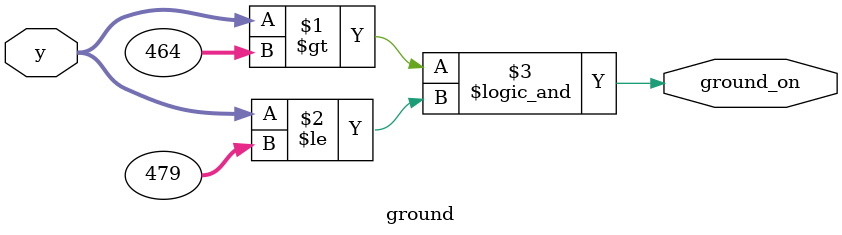
<source format=sv>
`timescale 1ns / 1ps
  

module ground(
    input [9:0] y,
    output ground_on
    );
    
    assign ground_on = (y > 464) && (y <= 479);
    
endmodule

</source>
